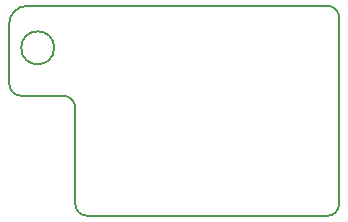
<source format=gm1>
G04 #@! TF.GenerationSoftware,KiCad,Pcbnew,5.0.0-fee4fd1~66~ubuntu18.04.1*
G04 #@! TF.CreationDate,2018-08-17T17:18:45-07:00*
G04 #@! TF.ProjectId,RPi FS HAT,525069204653204841542E6B69636164,2*
G04 #@! TF.SameCoordinates,Original*
G04 #@! TF.FileFunction,Profile,NP*
%FSLAX46Y46*%
G04 Gerber Fmt 4.6, Leading zero omitted, Abs format (unit mm)*
G04 Created by KiCad (PCBNEW 5.0.0-fee4fd1~66~ubuntu18.04.1) date Fri Aug 17 17:18:45 2018*
%MOMM*%
%LPD*%
G01*
G04 APERTURE LIST*
%ADD10C,0.150000*%
G04 APERTURE END LIST*
D10*
X168148000Y-114300000D02*
X168148000Y-130048000D01*
X146812000Y-131064000D02*
X167132000Y-131064000D01*
X145796000Y-121920000D02*
X145796000Y-130048000D01*
X141224000Y-120904000D02*
X144780000Y-120904000D01*
X140208000Y-114808000D02*
X140208000Y-119888000D01*
X167132000Y-113284000D02*
X141732000Y-113284000D01*
X167132000Y-113284000D02*
G75*
G02X168148000Y-114300000I0J-1016000D01*
G01*
X168148000Y-130048000D02*
G75*
G02X167132000Y-131064000I-1016000J0D01*
G01*
X146812000Y-131064000D02*
G75*
G02X145796000Y-130048000I0J1016000D01*
G01*
X144780000Y-120904000D02*
G75*
G02X145796000Y-121920000I0J-1016000D01*
G01*
X141224000Y-120904000D02*
G75*
G02X140208000Y-119888000I0J1016000D01*
G01*
X140208000Y-114808000D02*
G75*
G02X141732000Y-113284000I1524000J0D01*
G01*
X144018000Y-116840000D02*
G75*
G03X144018000Y-116840000I-1397000J0D01*
G01*
M02*

</source>
